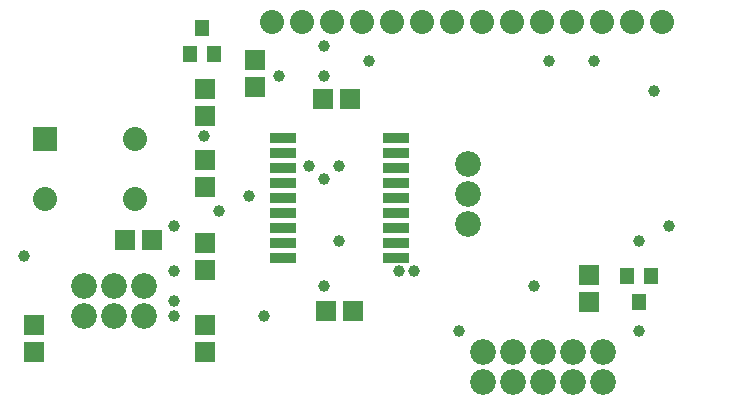
<source format=gbr>
G04 GERBER ASCII OUTPUT FROM: EDWINXP (VER. 1.20 REV. 20030502)*
G04 GERBER FORMAT: RX-274-X*
G04 BOARD: SERIAL_LCD_VER3*
G04 ARTWORK OF COMP.MASK POSITIVE*
%ASAXBY*%
%FSLAX23Y23*%
%MIA0B0*%
%MOIN*%
%OFA0.0000B0.0000*%
%SFA1B1*%
%IJA0B0*%
%INLAYER1POS*%
%IOA0B0*%
%IPPOS*%
%IR0*%
G04 APERTURE MACROS*
%AMEDWDONUT*
1,1,$1,$2,$3*
1,0,$4,$2,$3*
%
%AMEDWFRECT*
20,1,$1,$2,$3,$4,$5,$6*
%
%AMEDWORECT*
20,1,$1,$2,$3,$4,$5,$10*
20,1,$1,$4,$5,$6,$7,$10*
20,1,$1,$6,$7,$8,$9,$10*
20,1,$1,$8,$9,$2,$3,$10*
1,1,$1,$2,$3*
1,1,$1,$4,$5*
1,1,$1,$6,$7*
1,1,$1,$8,$9*
%
%AMEDWLINER*
20,1,$1,$2,$3,$4,$5,$6*
1,1,$1,$2,$3*
1,1,$1,$4,$5*
%
%AMEDWFTRNG*
4,1,3,$1,$2,$3,$4,$5,$6,$7,$8,$9*
%
%AMEDWATRNG*
4,1,3,$1,$2,$3,$4,$5,$6,$7,$8,$9*
20,1,$11,$1,$2,$3,$4,$10*
20,1,$11,$3,$4,$5,$6,$10*
20,1,$11,$5,$6,$7,$8,$10*
1,1,$11,$3,$4*
1,1,$11,$5,$6*
1,1,$11,$7,$8*
%
%AMEDWOTRNG*
20,1,$1,$2,$3,$4,$5,$8*
20,1,$1,$4,$5,$6,$7,$8*
20,1,$1,$6,$7,$2,$3,$8*
1,1,$1,$2,$3*
1,1,$1,$4,$5*
1,1,$1,$6,$7*
%
G04*
G04 APERTURE LIST*
%ADD10R,0.0500X0.0580*%
%ADD11R,0.0740X0.0820*%
%ADD12R,0.0400X0.0480*%
%ADD13R,0.0640X0.0720*%
%ADD14R,0.0650X0.0700*%
%ADD15R,0.0890X0.0940*%
%ADD16R,0.0550X0.0600*%
%ADD17R,0.0790X0.0840*%
%ADD18R,0.0700X0.0650*%
%ADD19R,0.0940X0.0890*%
%ADD20R,0.0600X0.0550*%
%ADD21R,0.0840X0.0790*%
%ADD22R,0.0900X0.0350*%
%ADD23R,0.1140X0.0590*%
%ADD24R,0.0800X0.0250*%
%ADD25R,0.1040X0.0490*%
%ADD26R,0.0800X0.0800*%
%ADD27R,0.1040X0.1040*%
%ADD28R,0.0700X0.0700*%
%ADD29R,0.0940X0.0940*%
%ADD30C,0.0010*%
%ADD32C,0.0020*%
%ADD33R,0.0020X0.0020*%
%ADD34C,0.0030*%
%ADD35R,0.0030X0.0030*%
%ADD36C,0.0040*%
%ADD37R,0.0040X0.0040*%
%ADD38C,0.0050*%
%ADD39R,0.0050X0.0050*%
%ADD40C,0.00787*%
%ADD41R,0.00787X0.00787*%
%ADD42C,0.00795*%
%ADD44C,0.00894*%
%ADD46C,0.00984*%
%ADD47R,0.00984X0.00984*%
%ADD48C,0.0120*%
%ADD50C,0.01299*%
%ADD52C,0.01969*%
%ADD53R,0.01969X0.01969*%
%ADD54C,0.0250*%
%ADD56C,0.02784*%
%ADD58C,0.0280*%
%ADD60C,0.0290*%
%ADD62C,0.0300*%
%ADD64C,0.03195*%
%ADD66C,0.03294*%
%ADD68C,0.0360*%
%ADD70C,0.03699*%
%ADD72C,0.03937*%
%ADD73R,0.03937X0.03937*%
%ADD74C,0.0490*%
%ADD76C,0.0500*%
%ADD77R,0.0500X0.0500*%
%ADD78C,0.05184*%
%ADD80C,0.0540*%
%ADD82C,0.05487*%
%ADD84C,0.0560*%
%ADD86C,0.05906*%
%ADD87R,0.05906X0.05906*%
%ADD88C,0.0600*%
%ADD89R,0.0600X0.0600*%
%ADD90C,0.0620*%
%ADD92C,0.06906*%
%ADD93R,0.06906X0.06906*%
%ADD94C,0.0700*%
%ADD95R,0.0700X0.0700*%
%ADD96C,0.07087*%
%ADD98C,0.07887*%
%ADD100C,0.0800*%
%ADD102C,0.0860*%
%ADD104C,0.08858*%
%ADD105R,0.08858X0.08858*%
%ADD106C,0.0940*%
%ADD108C,0.09843*%
%ADD109R,0.09843X0.09843*%
%ADD110C,0.1040*%
%ADD112C,0.1100*%
%ADD115R,0.11258X0.11258*%
%ADD117R,0.12243X0.12243*%
%ADD118C,0.22243*%
%ADD119R,0.22243X0.22243*%
%ADD120C,0.32243*%
%ADD121R,0.32243X0.32243*%
%ADD122C,0.42243*%
%ADD123R,0.42243X0.42243*%
%ADD124C,0.52243*%
%ADD125R,0.52243X0.52243*%
%ADD126C,0.62243*%
%ADD127R,0.62243X0.62243*%
%ADD128C,0.72243*%
%ADD129R,0.72243X0.72243*%
%ADD130C,0.82243*%
%ADD131R,0.82243X0.82243*%
%ADD132C,0.92243*%
%ADD133R,0.92243X0.92243*%
%ADD134C,1.02243*%
%ADD135R,1.02243X1.02243*%
%ADD136C,1.12243*%
%ADD137R,1.12243X1.12243*%
%ADD138C,1.22243*%
%ADD139R,1.22243X1.22243*%
%ADD140C,1.32243*%
%ADD141R,1.32243X1.32243*%
%ADD142C,1.42243*%
%ADD143R,1.42243X1.42243*%
%ADD144C,1.52243*%
%ADD145R,1.52243X1.52243*%
%ADD146C,1.62243*%
%ADD147R,1.62243X1.62243*%
%ADD148C,1.72243*%
%ADD149R,1.72243X1.72243*%
%ADD150C,1.82243*%
%ADD151R,1.82243X1.82243*%
%ADD152C,1.92243*%
%ADD153R,1.92243X1.92243*%
G04*
D102*
X2231Y217D02*D03*
X2231Y117D02*D03*
X2131Y217D02*D03*
X2131Y117D02*D03*
X2031Y217D02*D03*
X2031Y117D02*D03*
X1931Y217D02*D03*
X1931Y117D02*D03*
X1831Y217D02*D03*
X1831Y117D02*D03*
D10* 
X2392Y472D02*D03*
X2312Y472D02*D03*
X2352Y384D02*D03*
D14* 
X2185Y474D02*D03*
X2185Y384D02*D03*
D18* 
X1309Y354D02*D03*
X1399Y354D02*D03*
D14* 
X906Y582D02*D03*
X906Y492D02*D03*
X335Y217D02*D03*
X335Y307D02*D03*
D18* 
X2570Y1142D02*D03*
X2480Y1142D02*D03*
D14* 
X2480Y1005D02*D03*
X2480Y915D02*D03*
X2480Y709D02*D03*
X2480Y799D02*D03*
X906Y858D02*D03*
X906Y768D02*D03*
D18* 
X1388Y1063D02*D03*
X1298Y1063D02*D03*
D14* 
X1073Y1101D02*D03*
X1073Y1191D02*D03*
D22* 
X1166Y931D02*D03*
X1166Y881D02*D03*
X1166Y831D02*D03*
X1166Y781D02*D03*
X1166Y731D02*D03*
X1166Y681D02*D03*
X1166Y631D02*D03*
X1166Y581D02*D03*
X1166Y531D02*D03*
X1541Y531D02*D03*
X1541Y581D02*D03*
X1541Y631D02*D03*
X1541Y681D02*D03*
X1541Y731D02*D03*
X1541Y781D02*D03*
X1541Y831D02*D03*
X1541Y881D02*D03*
X1541Y931D02*D03*
D100*
X2628Y1319D02*D03*
X2528Y1319D02*D03*
X2428Y1319D02*D03*
X2328Y1319D02*D03*
X2228Y1319D02*D03*
X2128Y1319D02*D03*
X2028Y1319D02*D03*
X1928Y1319D02*D03*
X1828Y1319D02*D03*
X1728Y1319D02*D03*
X1628Y1319D02*D03*
X1528Y1319D02*D03*
X1428Y1319D02*D03*
X1328Y1319D02*D03*
X1228Y1319D02*D03*
X1128Y1319D02*D03*
D102*
X1781Y846D02*D03*
X1781Y746D02*D03*
X1781Y646D02*D03*
X502Y340D02*D03*
X602Y340D02*D03*
X702Y340D02*D03*
D26* 
X374Y928D02*D03*
D100*
X374Y728D02*D03*
X674Y728D02*D03*
X674Y928D02*D03*
D10* 
X856Y1211D02*D03*
X936Y1211D02*D03*
X896Y1299D02*D03*
D14* 
X906Y1094D02*D03*
X906Y1004D02*D03*
X906Y307D02*D03*
X906Y217D02*D03*
D102*
X702Y440D02*D03*
X602Y440D02*D03*
X502Y440D02*D03*
D18* 
X638Y591D02*D03*
X728Y591D02*D03*
D72* 
X1302Y796D02*D03*
X2452Y640D02*D03*
X2402Y1090D02*D03*
X2052Y1190D02*D03*
X2202Y1190D02*D03*
X302Y540D02*D03*
X2002Y440D02*D03*
X1302Y440D02*D03*
X1452Y1190D02*D03*
X1302Y1140D02*D03*
X802Y340D02*D03*
X802Y640D02*D03*
X1152Y1140D02*D03*
X1052Y740D02*D03*
X2552Y790D02*D03*
X1102Y340D02*D03*
X2352Y590D02*D03*
X1352Y590D02*D03*
X1352Y840D02*D03*
X1302Y1240D02*D03*
X802Y390D02*D03*
X1752Y290D02*D03*
X952Y690D02*D03*
X1252Y840D02*D03*
X1602Y490D02*D03*
X802Y490D02*D03*
X1552Y490D02*D03*
X902Y940D02*D03*
X2352Y290D02*D03*
M02*

</source>
